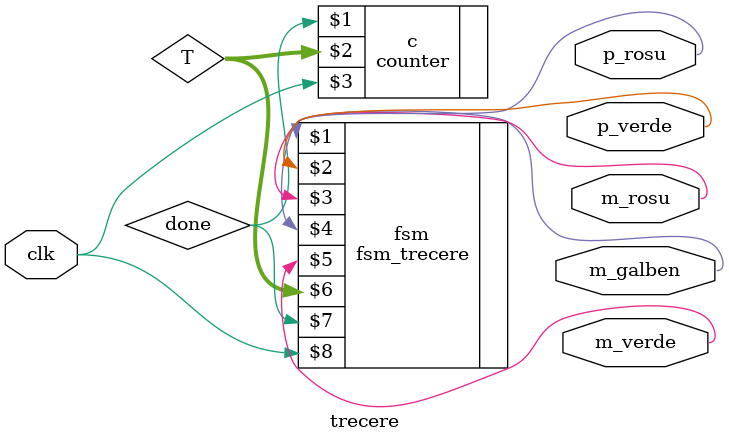
<source format=v>
module trecere(
    output p_rosu,          // red for pedestrians
    output p_verde,         // green for pedestrians
    output m_rosu,          // red for cars
    output m_galben,        // yellow for cars
    output m_verde,         // green for cars
    input clk);             // clock input

// counter used for light timings
wire [7:0] T;
counter c(done, T, clk);

fsm_trecere fsm(p_rosu, p_verde, m_rosu, m_galben, m_verde, T, done, clk);

endmodule

</source>
